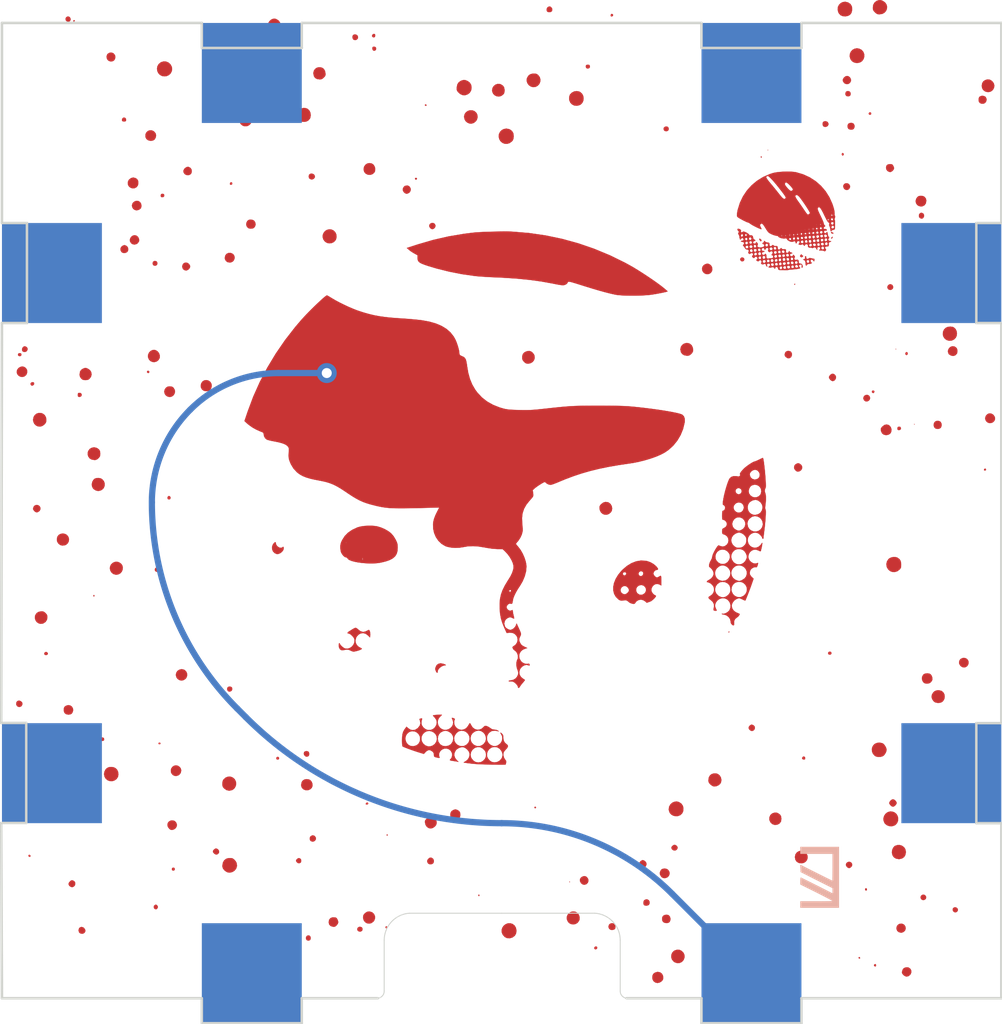
<source format=kicad_pcb>
(kicad_pcb (version 20210722) (generator pcbnew)
  (layers (0 "F.Cu" signal "Front") (31 "B.Cu" signal "Back") (34 "B.Paste" user) (35 "F.Paste" user) (36 "B.SilkS" user "B.Silkscreen") (37 "F.SilkS" user "F.Silkscreen") (38 "B.Mask" user) (39 "F.Mask" user) (44 "Edge.Cuts" user))
  (net 0 "")
  (footprint "LOGO" (layer "F.Cu") (at 79.26 33.88 180)
    (fp_text reference "G***" hide)
    (fp_text value "LOGO" hide)
  )
  (footprint "LOGO" (layer "F.Cu") (at 79.26 33.88 180)
    (fp_text reference "G***" hide)
    (fp_text value "LOGO" hide)
  )
  (footprint "LOGO" (layer "F.Cu") (at 79.26 33.88 180)
    (fp_text reference "G***" hide)
    (fp_text value "LOGO" hide)
  )
  (footprint "" (layer "F.Cu") (at 69.26 16.88)
    (fp_text reference "")
    (fp_text value "")
  )
  (footprint "" (layer "F.Cu") (at 61.26 24.88)
    (fp_text reference "")
    (fp_text value "")
  )
  (footprint "" (layer "F.Cu") (at 97.26 24.88)
    (fp_text reference "")
    (fp_text value "")
  )
  (footprint "" (layer "F.Cu") (at 97.26 44.88)
    (fp_text reference "")
    (fp_text value "")
  )
  (footprint "LOGO" (layer "F.Cu") (at 79.26 33.88 180)
    (fp_text reference "G***" hide)
    (fp_text value "LOGO" hide)
  )
  (footprint "LOGO" (layer "F.Cu") (at 79.26 33.88 180)
    (fp_text reference "G***" hide)
    (fp_text value "LOGO" hide)
  )
  (footprint "LOGO" (layer "F.Cu") (at 91.26 49.88)
    (fp_text reference "G***" hide)
    (fp_text value "LOGO" hide)
  )
  (footprint "LOGO" (layer "F.Cu") (at 79.26 33.88 180)
    (fp_text reference "G***" hide)
    (fp_text value "LOGO" hide)
  )
  (footprint "LOGO" (layer "F.Cu") (at 79.26 33.88 180)
    (fp_text reference "G***" hide)
    (fp_text value "LOGO" hide)
  )
  (footprint "" (layer "F.Cu") (at 89.26 16.88)
    (fp_text reference "")
    (fp_text value "")
  )
  (footprint "" (layer "F.Cu") (at 61.26 44.88)
    (fp_text reference "")
    (fp_text value "")
  )
  (footprint "Components:JoinPad" (layer "B.Cu") (at 89.26 52.88 180)
    (fp_text reference "REF**" hide)
    (fp_text value "JoinPad" hide)
  )
  (footprint "Components:JoinPad" (layer "B.Cu") (at 69.26 52.88 180)
    (fp_text reference "REF**" hide)
    (fp_text value "JoinPad" hide)
  )
  (gr_line (start 91.26 53.88) (end 91.26 54.88) (layer "Edge.Cuts") (width 0.1))
  (gr_line (start 99.26 14.88) (end 91.26 14.88) (layer "Edge.Cuts") (width 0.1))
  (gr_line (start 67.26 54.88) (end 67.26 53.88) (layer "Edge.Cuts") (width 0.1))
  (gr_line (start 71.26 53.88) (end 71.26 54.88) (layer "Edge.Cuts") (width 0.1))
  (gr_line (start 87.26 54.88) (end 87.26 53.88) (layer "Edge.Cuts") (width 0.1))
  (gr_line (start 60.26 22.88) (end 60.26 26.88) (layer "Edge.Cuts") (width 0.1))
  (gr_line (start 71.26 53.88) (end 74.306002 53.880001) (layer "Edge.Cuts") (width 0.1))
  (gr_line (start 87.26 53.88) (end 84.26 53.88) (layer "Edge.Cuts") (width 0.1))
  (gr_line (start 87.26 15.88) (end 87.26 14.88) (layer "Edge.Cuts") (width 0.1))
  (gr_line (start 59.2313 42.87208) (end 60.2313 42.87208) (layer "Edge.Cuts") (width 0.1))
  (gr_line (start 71.26 54.88) (end 67.26 54.88) (layer "Edge.Cuts") (width 0.1))
  (gr_arc (start 75.644143 51.562) (end 75.576 50.48) (angle -86.39634322) (layer "Edge.Cuts") (width 0.0381))
  (gr_line (start 84.006 53.594) (end 84.006 51.562) (layer "Edge.Cuts") (width 0.0381))
  (gr_line (start 67.26 15.88) (end 67.26 14.88) (layer "Edge.Cuts") (width 0.1))
  (gr_line (start 67.26 53.88) (end 59.26 53.88) (layer "Edge.Cuts") (width 0.1))
  (gr_line (start 75.576 50.48) (end 79.26 50.48) (layer "Edge.Cuts") (width 0.0381))
  (gr_line (start 98.26 46.88) (end 98.26 42.88) (layer "Edge.Cuts") (width 0.1))
  (gr_line (start 59.2313 42.87208) (end 59.26 26.88) (layer "Edge.Cuts") (width 0.1))
  (gr_line (start 99.26 53.88) (end 91.26 53.88) (layer "Edge.Cuts") (width 0.1))
  (gr_line (start 91.26 15.88) (end 87.26 15.88) (layer "Edge.Cuts") (width 0.1))
  (gr_arc (start 74.271981 53.593998) (end 74.56 53.594) (angle 83.21593282) (layer "Edge.Cuts") (width 0.0381))
  (gr_line (start 71.26 14.88) (end 71.26 15.88) (layer "Edge.Cuts") (width 0.1))
  (gr_line (start 91.26 54.88) (end 87.26 54.88) (layer "Edge.Cuts") (width 0.1))
  (gr_line (start 60.26 26.88) (end 59.26 26.88) (layer "Edge.Cuts") (width 0.1))
  (gr_line (start 60.2313 42.87208) (end 60.2313 46.87208) (layer "Edge.Cuts") (width 0.1))
  (gr_line (start 98.26 42.88) (end 99.26 42.88) (layer "Edge.Cuts") (width 0.1))
  (gr_line (start 99.26 26.88) (end 98.26 26.88) (layer "Edge.Cuts") (width 0.1))
  (gr_arc (start 84.294015 53.594002) (end 84.26 53.88) (angle 83.21742194) (layer "Edge.Cuts") (width 0.0381))
  (gr_line (start 87.26 14.88) (end 71.26 14.88) (layer "Edge.Cuts") (width 0.1))
  (gr_line (start 98.26 26.88) (end 98.26 22.88) (layer "Edge.Cuts") (width 0.1))
  (gr_line (start 99.26 46.88) (end 98.26 46.88) (layer "Edge.Cuts") (width 0.1))
  (gr_line (start 60.2313 46.87208) (end 59.2313 46.87208) (layer "Edge.Cuts") (width 0.1))
  (gr_line (start 99.26 42.88) (end 99.26 26.88) (layer "Edge.Cuts") (width 0.1))
  (gr_line (start 74.56 53.594) (end 74.56 51.562) (layer "Edge.Cuts") (width 0.0381))
  (gr_line (start 98.26 22.88) (end 99.26 22.88) (layer "Edge.Cuts") (width 0.1))
  (gr_line (start 59.26 22.88) (end 59.26 14.88) (layer "Edge.Cuts") (width 0.1))
  (gr_arc (start 82.921856 51.562) (end 84.006 51.562) (angle -86.39629047) (layer "Edge.Cuts") (width 0.0381))
  (gr_line (start 59.26 22.88) (end 60.26 22.88) (layer "Edge.Cuts") (width 0.1))
  (gr_line (start 91.26 14.88) (end 91.26 15.88) (layer "Edge.Cuts") (width 0.1))
  (gr_line (start 67.26 14.88) (end 59.26 14.88) (layer "Edge.Cuts") (width 0.1))
  (gr_line (start 99.26 53.88) (end 99.26 46.88) (layer "Edge.Cuts") (width 0.1))
  (gr_line (start 71.26 15.88) (end 67.26 15.88) (layer "Edge.Cuts") (width 0.1))
  (gr_line (start 99.26 22.88) (end 99.26 14.88) (layer "Edge.Cuts") (width 0.1))
  (gr_line (start 79.26 50.48) (end 82.99 50.48) (layer "Edge.Cuts") (width 0.0381))
  (gr_line (start 59.26 53.88) (end 59.2313 46.87208) (layer "Edge.Cuts") (width 0.1))
  (via (at 72.26 28.88) (size 0.8) (drill 0.4) (layers "F.Cu" "B.Cu") (net 0))
  (segment (start 69.017378 42.637378) (end 68.674231 42.294231) (width 0.25) (layer "B.Cu") (net 0))
  (segment (start 70.331068 28.88) (end 72.26 28.88) (width 0.25) (layer "B.Cu") (net 0))
  (segment (start 89.26 52.88) (end 86.08846 49.70846) (width 0.25) (layer "B.Cu") (net 0))
  (arc (start 69.017378 42.637378) (mid 73.716722 45.777379) (end 79.26 46.88) (width 0.25) (layer "B.Cu") (net 0))
  (arc (start 65.26 34.051578) (mid 66.14733 38.512455) (end 68.674231 42.294231) (width 0.25) (layer "B.Cu") (net 0))
  (arc (start 70.331068 28.88) (mid 68.417651 29.260602) (end 66.795534 30.344466) (width 0.25) (layer "B.Cu") (net 0))
  (arc (start 65.26 34.051578) (mid 65.659073 32.0453) (end 66.795534 30.344466) (width 0.25) (layer "B.Cu") (net 0))
  (arc (start 86.08846 49.70846) (mid 82.955516 47.615093) (end 79.26 46.88) (width 0.25) (layer "B.Cu") (net 0))
)
</source>
